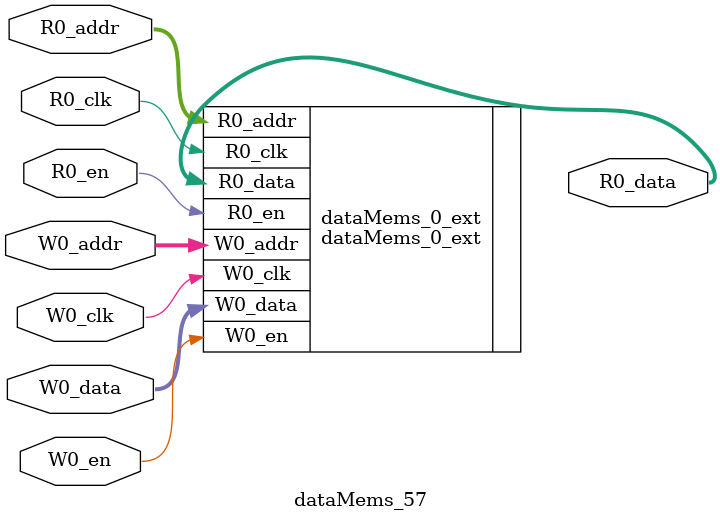
<source format=sv>
`ifndef RANDOMIZE
  `ifdef RANDOMIZE_REG_INIT
    `define RANDOMIZE
  `endif // RANDOMIZE_REG_INIT
`endif // not def RANDOMIZE
`ifndef RANDOMIZE
  `ifdef RANDOMIZE_MEM_INIT
    `define RANDOMIZE
  `endif // RANDOMIZE_MEM_INIT
`endif // not def RANDOMIZE

`ifndef RANDOM
  `define RANDOM $random
`endif // not def RANDOM

// Users can define 'PRINTF_COND' to add an extra gate to prints.
`ifndef PRINTF_COND_
  `ifdef PRINTF_COND
    `define PRINTF_COND_ (`PRINTF_COND)
  `else  // PRINTF_COND
    `define PRINTF_COND_ 1
  `endif // PRINTF_COND
`endif // not def PRINTF_COND_

// Users can define 'ASSERT_VERBOSE_COND' to add an extra gate to assert error printing.
`ifndef ASSERT_VERBOSE_COND_
  `ifdef ASSERT_VERBOSE_COND
    `define ASSERT_VERBOSE_COND_ (`ASSERT_VERBOSE_COND)
  `else  // ASSERT_VERBOSE_COND
    `define ASSERT_VERBOSE_COND_ 1
  `endif // ASSERT_VERBOSE_COND
`endif // not def ASSERT_VERBOSE_COND_

// Users can define 'STOP_COND' to add an extra gate to stop conditions.
`ifndef STOP_COND_
  `ifdef STOP_COND
    `define STOP_COND_ (`STOP_COND)
  `else  // STOP_COND
    `define STOP_COND_ 1
  `endif // STOP_COND
`endif // not def STOP_COND_

// Users can define INIT_RANDOM as general code that gets injected into the
// initializer block for modules with registers.
`ifndef INIT_RANDOM
  `define INIT_RANDOM
`endif // not def INIT_RANDOM

// If using random initialization, you can also define RANDOMIZE_DELAY to
// customize the delay used, otherwise 0.002 is used.
`ifndef RANDOMIZE_DELAY
  `define RANDOMIZE_DELAY 0.002
`endif // not def RANDOMIZE_DELAY

// Define INIT_RANDOM_PROLOG_ for use in our modules below.
`ifndef INIT_RANDOM_PROLOG_
  `ifdef RANDOMIZE
    `ifdef VERILATOR
      `define INIT_RANDOM_PROLOG_ `INIT_RANDOM
    `else  // VERILATOR
      `define INIT_RANDOM_PROLOG_ `INIT_RANDOM #`RANDOMIZE_DELAY begin end
    `endif // VERILATOR
  `else  // RANDOMIZE
    `define INIT_RANDOM_PROLOG_
  `endif // RANDOMIZE
`endif // not def INIT_RANDOM_PROLOG_

// Include register initializers in init blocks unless synthesis is set
`ifndef SYNTHESIS
  `ifndef ENABLE_INITIAL_REG_
    `define ENABLE_INITIAL_REG_
  `endif // not def ENABLE_INITIAL_REG_
`endif // not def SYNTHESIS

// Include rmemory initializers in init blocks unless synthesis is set
`ifndef SYNTHESIS
  `ifndef ENABLE_INITIAL_MEM_
    `define ENABLE_INITIAL_MEM_
  `endif // not def ENABLE_INITIAL_MEM_
`endif // not def SYNTHESIS

module dataMems_57(	// @[generators/ara/src/main/scala/UnsafeAXI4ToTL.scala:365:62]
  input  [4:0]   R0_addr,
  input          R0_en,
  input          R0_clk,
  output [258:0] R0_data,
  input  [4:0]   W0_addr,
  input          W0_en,
  input          W0_clk,
  input  [258:0] W0_data
);

  dataMems_0_ext dataMems_0_ext (	// @[generators/ara/src/main/scala/UnsafeAXI4ToTL.scala:365:62]
    .R0_addr (R0_addr),
    .R0_en   (R0_en),
    .R0_clk  (R0_clk),
    .R0_data (R0_data),
    .W0_addr (W0_addr),
    .W0_en   (W0_en),
    .W0_clk  (W0_clk),
    .W0_data (W0_data)
  );
endmodule


</source>
